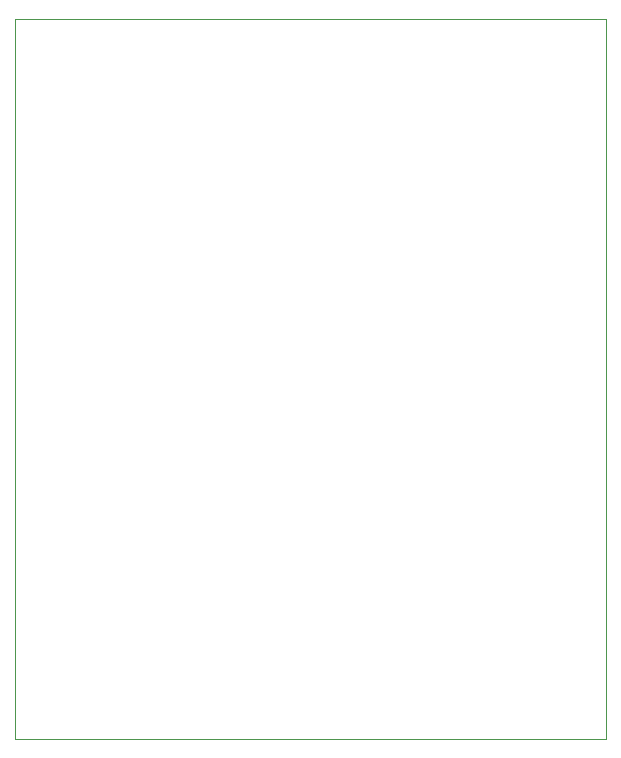
<source format=gbr>
%TF.GenerationSoftware,KiCad,Pcbnew,(6.0.1)*%
%TF.CreationDate,2022-04-03T17:56:57-07:00*%
%TF.ProjectId,MaskRom-TSOP48-to-DIP42-adapter,4d61736b-526f-46d2-9d54-534f5034382d,rev?*%
%TF.SameCoordinates,Original*%
%TF.FileFunction,Profile,NP*%
%FSLAX46Y46*%
G04 Gerber Fmt 4.6, Leading zero omitted, Abs format (unit mm)*
G04 Created by KiCad (PCBNEW (6.0.1)) date 2022-04-03 17:56:57*
%MOMM*%
%LPD*%
G01*
G04 APERTURE LIST*
%TA.AperFunction,Profile*%
%ADD10C,0.100000*%
%TD*%
G04 APERTURE END LIST*
D10*
X119490000Y-50460000D02*
X169490000Y-50460000D01*
X169490000Y-50460000D02*
X169490000Y-111460000D01*
X169490000Y-111460000D02*
X119490000Y-111460000D01*
X119490000Y-111460000D02*
X119490000Y-50460000D01*
M02*

</source>
